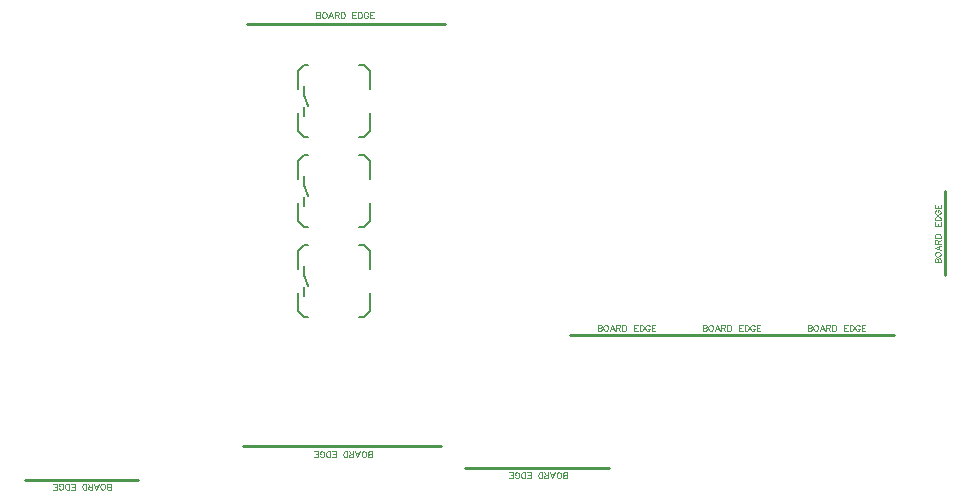
<source format=gbr>
G04 DipTrace 2.4.0.2*
%INTopAssy.gbr*%
%MOIN*%
%ADD10C,0.0098*%
%ADD12C,0.003*%
%ADD31C,0.008*%
%FSLAX44Y44*%
G04*
G70*
G90*
G75*
G01*
%LNTopAssy*%
%LPD*%
X19231Y8342D2*
D10*
X12649D1*
X12774Y22413D2*
X19356D1*
X30546Y12038D2*
X34334D1*
X27046D2*
X30834D1*
X23546D2*
X27334D1*
X24834Y7592D2*
X20046D1*
X36028Y14046D2*
Y16833D1*
X16860Y20230D2*
D31*
Y20830D1*
X16660Y21030D1*
Y18630D2*
X16860Y18830D1*
Y19430D1*
X14660Y21030D2*
X14460Y20830D1*
Y20230D1*
X14660Y18630D2*
X14460Y18830D1*
Y19430D1*
X16660Y18630D2*
X16510D1*
X14660D2*
X14810D1*
X14660Y21030D2*
X14810D1*
X16660D2*
X16510D1*
X14660Y20330D2*
Y20030D1*
Y19630D2*
Y19330D1*
Y20030D2*
X14810Y19680D1*
X16860Y17230D2*
Y17830D1*
X16660Y18030D1*
Y15630D2*
X16860Y15830D1*
Y16430D1*
X14660Y18030D2*
X14460Y17830D1*
Y17230D1*
X14660Y15630D2*
X14460Y15830D1*
Y16430D1*
X16660Y15630D2*
X16510D1*
X14660D2*
X14810D1*
X14660Y18030D2*
X14810D1*
X16660D2*
X16510D1*
X14660Y17330D2*
Y17030D1*
Y16630D2*
Y16330D1*
Y17030D2*
X14810Y16680D1*
X16860Y14230D2*
Y14830D1*
X16660Y15030D1*
Y12630D2*
X16860Y12830D1*
Y13430D1*
X14660Y15030D2*
X14460Y14830D1*
Y14230D1*
X14660Y12630D2*
X14460Y12830D1*
Y13430D1*
X16660Y12630D2*
X16510D1*
X14660D2*
X14810D1*
X14660Y15030D2*
X14810D1*
X16660D2*
X16510D1*
X14660Y14330D2*
Y14030D1*
Y13630D2*
Y13330D1*
Y14030D2*
X14810Y13680D1*
X9142Y7215D2*
D10*
X5354D1*
X16934Y7959D2*
D12*
Y8160D1*
X16848D1*
X16819Y8150D1*
X16810Y8140D1*
X16800Y8121D1*
Y8093D1*
X16810Y8073D1*
X16819Y8064D1*
X16848Y8054D1*
X16819Y8045D1*
X16810Y8035D1*
X16800Y8016D1*
Y7997D1*
X16810Y7978D1*
X16819Y7968D1*
X16848Y7959D1*
X16934D1*
Y8054D2*
X16848D1*
X16681Y7959D2*
X16700Y7968D1*
X16719Y7987D1*
X16729Y8006D1*
X16739Y8035D1*
Y8083D1*
X16729Y8112D1*
X16719Y8131D1*
X16700Y8150D1*
X16681Y8160D1*
X16643D1*
X16624Y8150D1*
X16605Y8131D1*
X16595Y8112D1*
X16586Y8083D1*
Y8035D1*
X16595Y8006D1*
X16605Y7987D1*
X16624Y7968D1*
X16643Y7959D1*
X16681D1*
X16371Y8160D2*
X16447Y7959D1*
X16524Y8160D1*
X16495Y8093D2*
X16399D1*
X16309Y8054D2*
X16223D1*
X16194Y8045D1*
X16184Y8035D1*
X16175Y8016D1*
Y7997D1*
X16184Y7978D1*
X16194Y7968D1*
X16223Y7959D1*
X16309D1*
Y8160D1*
X16242Y8054D2*
X16175Y8160D1*
X16113Y7959D2*
Y8160D1*
X16046D1*
X16017Y8150D1*
X15998Y8131D1*
X15989Y8112D1*
X15979Y8083D1*
Y8035D1*
X15989Y8006D1*
X15998Y7987D1*
X16017Y7968D1*
X16046Y7959D1*
X16113D1*
X15599D2*
X15723D1*
Y8160D1*
X15599D1*
X15723Y8054D2*
X15647D1*
X15537Y7959D2*
Y8160D1*
X15470D1*
X15441Y8150D1*
X15422Y8131D1*
X15413Y8112D1*
X15403Y8083D1*
Y8035D1*
X15413Y8006D1*
X15422Y7987D1*
X15441Y7968D1*
X15470Y7959D1*
X15537D1*
X15198Y8006D2*
X15207Y7987D1*
X15227Y7968D1*
X15246Y7959D1*
X15284D1*
X15303Y7968D1*
X15322Y7987D1*
X15332Y8006D1*
X15341Y8035D1*
Y8083D1*
X15332Y8112D1*
X15322Y8131D1*
X15303Y8150D1*
X15284Y8160D1*
X15246D1*
X15227Y8150D1*
X15207Y8131D1*
X15198Y8112D1*
Y8083D1*
X15246D1*
X15012Y7959D2*
X15136D1*
Y8160D1*
X15012D1*
X15136Y8054D2*
X15060D1*
X15071Y22796D2*
Y22595D1*
X15157D1*
X15186Y22605D1*
X15195Y22615D1*
X15205Y22634D1*
Y22662D1*
X15195Y22682D1*
X15186Y22691D1*
X15157Y22701D1*
X15186Y22710D1*
X15195Y22720D1*
X15205Y22739D1*
Y22758D1*
X15195Y22777D1*
X15186Y22787D1*
X15157Y22796D1*
X15071D1*
Y22701D2*
X15157D1*
X15324Y22796D2*
X15305Y22787D1*
X15286Y22768D1*
X15276Y22749D1*
X15266Y22720D1*
Y22672D1*
X15276Y22643D1*
X15286Y22624D1*
X15305Y22605D1*
X15324Y22595D1*
X15362D1*
X15381Y22605D1*
X15400Y22624D1*
X15410Y22643D1*
X15419Y22672D1*
Y22720D1*
X15410Y22749D1*
X15400Y22768D1*
X15381Y22787D1*
X15362Y22796D1*
X15324D1*
X15634Y22595D2*
X15558Y22796D1*
X15481Y22595D1*
X15510Y22662D2*
X15606D1*
X15696Y22701D2*
X15782D1*
X15811Y22710D1*
X15821Y22720D1*
X15830Y22739D1*
Y22758D1*
X15821Y22777D1*
X15811Y22787D1*
X15782Y22796D1*
X15696D1*
Y22595D1*
X15763Y22701D2*
X15830Y22595D1*
X15892Y22796D2*
Y22595D1*
X15959D1*
X15988Y22605D1*
X16007Y22624D1*
X16016Y22643D1*
X16026Y22672D1*
Y22720D1*
X16016Y22749D1*
X16007Y22768D1*
X15988Y22787D1*
X15959Y22796D1*
X15892D1*
X16406D2*
X16282D1*
Y22595D1*
X16406D1*
X16282Y22701D2*
X16358D1*
X16468Y22796D2*
Y22595D1*
X16535D1*
X16564Y22605D1*
X16583Y22624D1*
X16592Y22643D1*
X16602Y22672D1*
Y22720D1*
X16592Y22749D1*
X16583Y22768D1*
X16564Y22787D1*
X16535Y22796D1*
X16468D1*
X16807Y22749D2*
X16798Y22768D1*
X16778Y22787D1*
X16759Y22796D1*
X16721D1*
X16702Y22787D1*
X16683Y22768D1*
X16673Y22749D1*
X16664Y22720D1*
Y22672D1*
X16673Y22643D1*
X16683Y22624D1*
X16702Y22605D1*
X16721Y22595D1*
X16759D1*
X16778Y22605D1*
X16798Y22624D1*
X16807Y22643D1*
Y22672D1*
X16759D1*
X16993Y22796D2*
X16869D1*
Y22595D1*
X16993D1*
X16869Y22701D2*
X16945D1*
X31456Y12372D2*
Y12171D1*
X31542D1*
X31571Y12181D1*
X31580Y12190D1*
X31590Y12209D1*
Y12238D1*
X31580Y12257D1*
X31571Y12267D1*
X31542Y12276D1*
X31571Y12286D1*
X31580Y12296D1*
X31590Y12315D1*
Y12334D1*
X31580Y12353D1*
X31571Y12363D1*
X31542Y12372D1*
X31456D1*
Y12276D2*
X31542D1*
X31709Y12372D2*
X31690Y12363D1*
X31671Y12343D1*
X31661Y12324D1*
X31651Y12296D1*
Y12248D1*
X31661Y12219D1*
X31671Y12200D1*
X31690Y12181D1*
X31709Y12171D1*
X31747D1*
X31766Y12181D1*
X31785Y12200D1*
X31795Y12219D1*
X31804Y12248D1*
Y12296D1*
X31795Y12324D1*
X31785Y12343D1*
X31766Y12363D1*
X31747Y12372D1*
X31709D1*
X32019Y12171D2*
X31943Y12372D1*
X31866Y12171D1*
X31895Y12238D2*
X31991D1*
X32081Y12276D2*
X32167D1*
X32196Y12286D1*
X32205Y12296D1*
X32215Y12315D1*
Y12334D1*
X32205Y12353D1*
X32196Y12363D1*
X32167Y12372D1*
X32081D1*
Y12171D1*
X32148Y12276D2*
X32215Y12171D1*
X32277Y12372D2*
Y12171D1*
X32344D1*
X32372Y12181D1*
X32392Y12200D1*
X32401Y12219D1*
X32411Y12248D1*
Y12296D1*
X32401Y12324D1*
X32392Y12343D1*
X32372Y12363D1*
X32344Y12372D1*
X32277D1*
X32791D2*
X32667D1*
Y12171D1*
X32791D1*
X32667Y12276D2*
X32743D1*
X32853Y12372D2*
Y12171D1*
X32920D1*
X32949Y12181D1*
X32968Y12200D1*
X32977Y12219D1*
X32987Y12248D1*
Y12296D1*
X32977Y12324D1*
X32968Y12343D1*
X32949Y12363D1*
X32920Y12372D1*
X32853D1*
X33192Y12324D2*
X33183Y12343D1*
X33163Y12363D1*
X33144Y12372D1*
X33106D1*
X33087Y12363D1*
X33068Y12343D1*
X33058Y12324D1*
X33049Y12296D1*
Y12248D1*
X33058Y12219D1*
X33068Y12200D1*
X33087Y12181D1*
X33106Y12171D1*
X33144D1*
X33163Y12181D1*
X33183Y12200D1*
X33192Y12219D1*
Y12248D1*
X33144D1*
X33378Y12372D2*
X33254D1*
Y12171D1*
X33378D1*
X33254Y12276D2*
X33330D1*
X27956Y12372D2*
Y12171D1*
X28042D1*
X28071Y12181D1*
X28080Y12190D1*
X28090Y12209D1*
Y12238D1*
X28080Y12257D1*
X28071Y12267D1*
X28042Y12276D1*
X28071Y12286D1*
X28080Y12296D1*
X28090Y12315D1*
Y12334D1*
X28080Y12353D1*
X28071Y12363D1*
X28042Y12372D1*
X27956D1*
Y12276D2*
X28042D1*
X28209Y12372D2*
X28190Y12363D1*
X28171Y12343D1*
X28161Y12324D1*
X28151Y12296D1*
Y12248D1*
X28161Y12219D1*
X28171Y12200D1*
X28190Y12181D1*
X28209Y12171D1*
X28247D1*
X28266Y12181D1*
X28285Y12200D1*
X28295Y12219D1*
X28304Y12248D1*
Y12296D1*
X28295Y12324D1*
X28285Y12343D1*
X28266Y12363D1*
X28247Y12372D1*
X28209D1*
X28519Y12171D2*
X28443Y12372D1*
X28366Y12171D1*
X28395Y12238D2*
X28491D1*
X28581Y12276D2*
X28667D1*
X28696Y12286D1*
X28705Y12296D1*
X28715Y12315D1*
Y12334D1*
X28705Y12353D1*
X28696Y12363D1*
X28667Y12372D1*
X28581D1*
Y12171D1*
X28648Y12276D2*
X28715Y12171D1*
X28777Y12372D2*
Y12171D1*
X28844D1*
X28872Y12181D1*
X28892Y12200D1*
X28901Y12219D1*
X28911Y12248D1*
Y12296D1*
X28901Y12324D1*
X28892Y12343D1*
X28872Y12363D1*
X28844Y12372D1*
X28777D1*
X29291D2*
X29167D1*
Y12171D1*
X29291D1*
X29167Y12276D2*
X29243D1*
X29353Y12372D2*
Y12171D1*
X29420D1*
X29449Y12181D1*
X29468Y12200D1*
X29477Y12219D1*
X29487Y12248D1*
Y12296D1*
X29477Y12324D1*
X29468Y12343D1*
X29449Y12363D1*
X29420Y12372D1*
X29353D1*
X29692Y12324D2*
X29683Y12343D1*
X29663Y12363D1*
X29644Y12372D1*
X29606D1*
X29587Y12363D1*
X29568Y12343D1*
X29558Y12324D1*
X29549Y12296D1*
Y12248D1*
X29558Y12219D1*
X29568Y12200D1*
X29587Y12181D1*
X29606Y12171D1*
X29644D1*
X29663Y12181D1*
X29683Y12200D1*
X29692Y12219D1*
Y12248D1*
X29644D1*
X29878Y12372D2*
X29754D1*
Y12171D1*
X29878D1*
X29754Y12276D2*
X29830D1*
X24456Y12372D2*
Y12171D1*
X24542D1*
X24571Y12181D1*
X24580Y12190D1*
X24590Y12209D1*
Y12238D1*
X24580Y12257D1*
X24571Y12267D1*
X24542Y12276D1*
X24571Y12286D1*
X24580Y12296D1*
X24590Y12315D1*
Y12334D1*
X24580Y12353D1*
X24571Y12363D1*
X24542Y12372D1*
X24456D1*
Y12276D2*
X24542D1*
X24709Y12372D2*
X24690Y12363D1*
X24671Y12343D1*
X24661Y12324D1*
X24651Y12296D1*
Y12248D1*
X24661Y12219D1*
X24671Y12200D1*
X24690Y12181D1*
X24709Y12171D1*
X24747D1*
X24766Y12181D1*
X24785Y12200D1*
X24795Y12219D1*
X24804Y12248D1*
Y12296D1*
X24795Y12324D1*
X24785Y12343D1*
X24766Y12363D1*
X24747Y12372D1*
X24709D1*
X25019Y12171D2*
X24943Y12372D1*
X24866Y12171D1*
X24895Y12238D2*
X24991D1*
X25081Y12276D2*
X25167D1*
X25196Y12286D1*
X25205Y12296D1*
X25215Y12315D1*
Y12334D1*
X25205Y12353D1*
X25196Y12363D1*
X25167Y12372D1*
X25081D1*
Y12171D1*
X25148Y12276D2*
X25215Y12171D1*
X25277Y12372D2*
Y12171D1*
X25344D1*
X25372Y12181D1*
X25392Y12200D1*
X25401Y12219D1*
X25411Y12248D1*
Y12296D1*
X25401Y12324D1*
X25392Y12343D1*
X25372Y12363D1*
X25344Y12372D1*
X25277D1*
X25791D2*
X25667D1*
Y12171D1*
X25791D1*
X25667Y12276D2*
X25743D1*
X25853Y12372D2*
Y12171D1*
X25920D1*
X25949Y12181D1*
X25968Y12200D1*
X25977Y12219D1*
X25987Y12248D1*
Y12296D1*
X25977Y12324D1*
X25968Y12343D1*
X25949Y12363D1*
X25920Y12372D1*
X25853D1*
X26192Y12324D2*
X26183Y12343D1*
X26163Y12363D1*
X26144Y12372D1*
X26106D1*
X26087Y12363D1*
X26068Y12343D1*
X26058Y12324D1*
X26049Y12296D1*
Y12248D1*
X26058Y12219D1*
X26068Y12200D1*
X26087Y12181D1*
X26106Y12171D1*
X26144D1*
X26163Y12181D1*
X26183Y12200D1*
X26192Y12219D1*
Y12248D1*
X26144D1*
X26378Y12372D2*
X26254D1*
Y12171D1*
X26378D1*
X26254Y12276D2*
X26330D1*
X23434Y7258D2*
Y7459D1*
X23348D1*
X23319Y7449D1*
X23310Y7440D1*
X23300Y7421D1*
Y7392D1*
X23310Y7373D1*
X23319Y7363D1*
X23348Y7354D1*
X23319Y7344D1*
X23310Y7334D1*
X23300Y7315D1*
Y7296D1*
X23310Y7277D1*
X23319Y7267D1*
X23348Y7258D1*
X23434D1*
Y7354D2*
X23348D1*
X23181Y7258D2*
X23200Y7267D1*
X23219Y7287D1*
X23229Y7306D1*
X23239Y7334D1*
Y7382D1*
X23229Y7411D1*
X23219Y7430D1*
X23200Y7449D1*
X23181Y7459D1*
X23143D1*
X23124Y7449D1*
X23105Y7430D1*
X23095Y7411D1*
X23086Y7382D1*
Y7334D1*
X23095Y7306D1*
X23105Y7287D1*
X23124Y7267D1*
X23143Y7258D1*
X23181D1*
X22871Y7459D2*
X22947Y7258D1*
X23024Y7459D1*
X22995Y7392D2*
X22899D1*
X22809Y7354D2*
X22723D1*
X22694Y7344D1*
X22684Y7334D1*
X22675Y7315D1*
Y7296D1*
X22684Y7277D1*
X22694Y7267D1*
X22723Y7258D1*
X22809D1*
Y7459D1*
X22742Y7354D2*
X22675Y7459D1*
X22613Y7258D2*
Y7459D1*
X22546D1*
X22517Y7449D1*
X22498Y7430D1*
X22489Y7411D1*
X22479Y7382D1*
Y7334D1*
X22489Y7306D1*
X22498Y7287D1*
X22517Y7267D1*
X22546Y7258D1*
X22613D1*
X22099D2*
X22223D1*
Y7459D1*
X22099D1*
X22223Y7354D2*
X22146D1*
X22037Y7258D2*
Y7459D1*
X21970D1*
X21941Y7449D1*
X21922Y7430D1*
X21913Y7411D1*
X21903Y7382D1*
Y7334D1*
X21913Y7306D1*
X21922Y7287D1*
X21941Y7267D1*
X21970Y7258D1*
X22037D1*
X21698Y7306D2*
X21707Y7287D1*
X21727Y7267D1*
X21746Y7258D1*
X21784D1*
X21803Y7267D1*
X21822Y7287D1*
X21832Y7306D1*
X21841Y7334D1*
Y7382D1*
X21832Y7411D1*
X21822Y7430D1*
X21803Y7449D1*
X21784Y7459D1*
X21746D1*
X21727Y7449D1*
X21707Y7430D1*
X21698Y7411D1*
Y7382D1*
X21746D1*
X21512Y7258D2*
X21636D1*
Y7459D1*
X21512D1*
X21636Y7354D2*
X21560D1*
X35694Y14455D2*
X35895D1*
Y14541D1*
X35885Y14570D1*
X35876Y14579D1*
X35857Y14589D1*
X35828D1*
X35809Y14579D1*
X35799Y14570D1*
X35790Y14541D1*
X35780Y14570D1*
X35770Y14579D1*
X35751Y14589D1*
X35732D1*
X35713Y14579D1*
X35703Y14570D1*
X35694Y14541D1*
Y14455D1*
X35790D2*
Y14541D1*
X35694Y14708D2*
X35703Y14689D1*
X35723Y14670D1*
X35742Y14660D1*
X35770Y14651D1*
X35818D1*
X35847Y14660D1*
X35866Y14670D1*
X35885Y14689D1*
X35895Y14708D1*
Y14746D1*
X35885Y14765D1*
X35866Y14784D1*
X35847Y14794D1*
X35818Y14804D1*
X35770D1*
X35742Y14794D1*
X35723Y14784D1*
X35703Y14765D1*
X35694Y14746D1*
Y14708D1*
X35895Y15018D2*
X35694Y14942D1*
X35895Y14865D1*
X35828Y14894D2*
Y14990D1*
X35790Y15080D2*
Y15166D1*
X35780Y15195D1*
X35770Y15205D1*
X35751Y15214D1*
X35732D1*
X35713Y15205D1*
X35703Y15195D1*
X35694Y15166D1*
Y15080D1*
X35895D1*
X35790Y15147D2*
X35895Y15214D1*
X35694Y15276D2*
X35895D1*
Y15343D1*
X35885Y15372D1*
X35866Y15391D1*
X35847Y15400D1*
X35818Y15410D1*
X35770D1*
X35742Y15400D1*
X35723Y15391D1*
X35703Y15372D1*
X35694Y15343D1*
Y15276D1*
Y15790D2*
Y15666D1*
X35895D1*
Y15790D1*
X35790Y15666D2*
Y15743D1*
X35694Y15852D2*
X35895D1*
Y15919D1*
X35885Y15948D1*
X35866Y15967D1*
X35847Y15977D1*
X35818Y15986D1*
X35770D1*
X35742Y15977D1*
X35723Y15967D1*
X35703Y15948D1*
X35694Y15919D1*
Y15852D1*
X35742Y16191D2*
X35723Y16182D1*
X35703Y16163D1*
X35694Y16144D1*
Y16105D1*
X35703Y16086D1*
X35723Y16067D1*
X35742Y16057D1*
X35770Y16048D1*
X35818D1*
X35847Y16057D1*
X35866Y16067D1*
X35885Y16086D1*
X35895Y16105D1*
Y16144D1*
X35885Y16163D1*
X35866Y16182D1*
X35847Y16191D1*
X35818D1*
Y16144D1*
X35694Y16377D2*
Y16253D1*
X35895D1*
Y16377D1*
X35790Y16253D2*
Y16330D1*
X8233Y6882D2*
Y7083D1*
X8146D1*
X8118Y7073D1*
X8108Y7063D1*
X8099Y7044D1*
Y7016D1*
X8108Y6996D1*
X8118Y6987D1*
X8146Y6977D1*
X8118Y6968D1*
X8108Y6958D1*
X8099Y6939D1*
Y6920D1*
X8108Y6901D1*
X8118Y6891D1*
X8146Y6882D1*
X8233D1*
Y6977D2*
X8146D1*
X7979Y6882D2*
X7999Y6891D1*
X8018Y6910D1*
X8027Y6929D1*
X8037Y6958D1*
Y7006D1*
X8027Y7035D1*
X8018Y7054D1*
X7999Y7073D1*
X7979Y7083D1*
X7941D1*
X7922Y7073D1*
X7903Y7054D1*
X7893Y7035D1*
X7884Y7006D1*
Y6958D1*
X7893Y6929D1*
X7903Y6910D1*
X7922Y6891D1*
X7941Y6882D1*
X7979D1*
X7669Y7083D2*
X7746Y6882D1*
X7822Y7083D1*
X7793Y7016D2*
X7698D1*
X7607Y6977D2*
X7521D1*
X7492Y6968D1*
X7483Y6958D1*
X7473Y6939D1*
Y6920D1*
X7483Y6901D1*
X7492Y6891D1*
X7521Y6882D1*
X7607D1*
Y7083D1*
X7540Y6977D2*
X7473Y7083D1*
X7411Y6882D2*
Y7083D1*
X7344D1*
X7316Y7073D1*
X7296Y7054D1*
X7287Y7035D1*
X7277Y7006D1*
Y6958D1*
X7287Y6929D1*
X7296Y6910D1*
X7316Y6891D1*
X7344Y6882D1*
X7411D1*
X6897D2*
X7021D1*
Y7083D1*
X6897D1*
X7021Y6977D2*
X6945D1*
X6835Y6882D2*
Y7083D1*
X6768D1*
X6740Y7073D1*
X6720Y7054D1*
X6711Y7035D1*
X6701Y7006D1*
Y6958D1*
X6711Y6929D1*
X6720Y6910D1*
X6740Y6891D1*
X6768Y6882D1*
X6835D1*
X6496Y6929D2*
X6506Y6910D1*
X6525Y6891D1*
X6544Y6882D1*
X6582D1*
X6601Y6891D1*
X6620Y6910D1*
X6630Y6929D1*
X6640Y6958D1*
Y7006D1*
X6630Y7035D1*
X6620Y7054D1*
X6601Y7073D1*
X6582Y7083D1*
X6544D1*
X6525Y7073D1*
X6506Y7054D1*
X6496Y7035D1*
Y7006D1*
X6544D1*
X6310Y6882D2*
X6434D1*
Y7083D1*
X6310D1*
X6434Y6977D2*
X6358D1*
M02*

</source>
